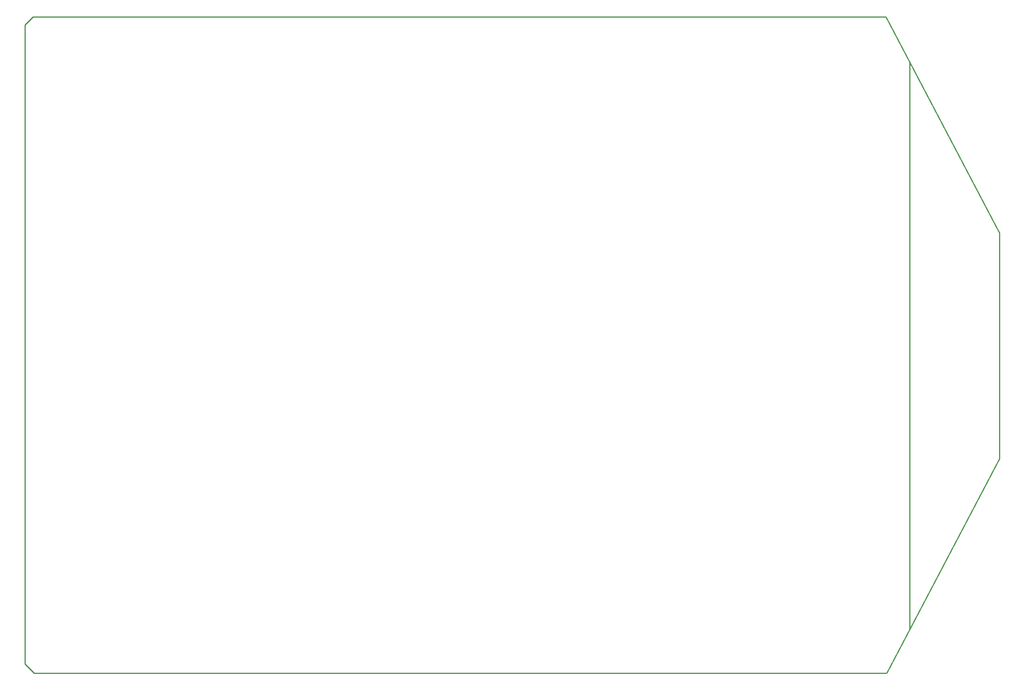
<source format=gko>
G04*
G04 #@! TF.GenerationSoftware,Altium Limited,Altium Designer,21.9.1 (22)*
G04*
G04 Layer_Color=16711935*
%FSLAX25Y25*%
%MOIN*%
G70*
G04*
G04 #@! TF.SameCoordinates,A70FD659-B22A-45BA-B102-ADB4057F9A3D*
G04*
G04*
G04 #@! TF.FilePolarity,Positive*
G04*
G01*
G75*
%ADD10C,0.01000*%
D10*
X110500Y1064555D02*
X117419Y1071474D01*
X117500Y1071394D02*
X858531Y1071394D01*
X110500Y1064500D02*
X110500Y850961D01*
X118472Y500528D02*
X858531D01*
X110500Y508500D02*
X118472Y500528D01*
X110500Y508500D02*
Y719461D01*
X879000Y1032000D02*
X879000Y538500D01*
X859047Y500528D02*
X957000Y687076D01*
X110500Y719461D02*
Y850961D01*
Y719461D02*
Y850961D01*
X858531Y1071394D02*
X957000Y883461D01*
Y687076D02*
Y883461D01*
M02*

</source>
